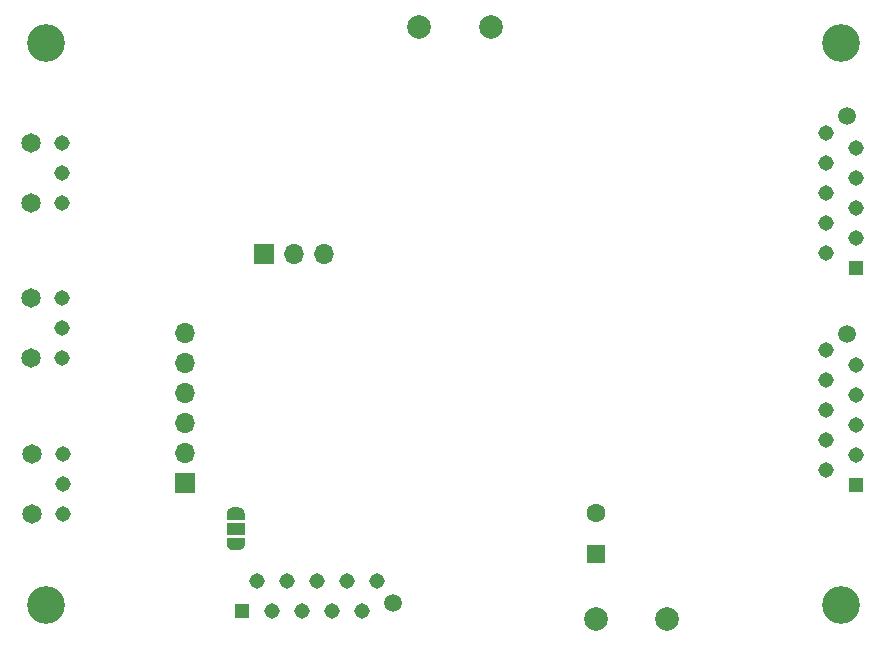
<source format=gbr>
G04 #@! TF.GenerationSoftware,KiCad,Pcbnew,(5.1.10-0-10_14)*
G04 #@! TF.CreationDate,2021-05-14T15:54:12+02:00*
G04 #@! TF.ProjectId,dac,6461632e-6b69-4636-9164-5f7063625858,rev?*
G04 #@! TF.SameCoordinates,Original*
G04 #@! TF.FileFunction,Soldermask,Bot*
G04 #@! TF.FilePolarity,Negative*
%FSLAX46Y46*%
G04 Gerber Fmt 4.6, Leading zero omitted, Abs format (unit mm)*
G04 Created by KiCad (PCBNEW (5.1.10-0-10_14)) date 2021-05-14 15:54:12*
%MOMM*%
%LPD*%
G01*
G04 APERTURE LIST*
%ADD10C,1.308000*%
%ADD11C,1.650000*%
%ADD12C,2.000000*%
%ADD13R,1.308000X1.308000*%
%ADD14C,1.500000*%
%ADD15O,1.700000X1.700000*%
%ADD16R,1.700000X1.700000*%
%ADD17C,0.100000*%
%ADD18R,1.500000X1.000000*%
%ADD19C,1.600000*%
%ADD20R,1.600000X1.600000*%
%ADD21C,3.200000*%
G04 APERTURE END LIST*
D10*
X115088500Y-96393000D03*
X115088500Y-98933000D03*
X115088500Y-101473000D03*
D11*
X112458500Y-101473000D03*
X112458500Y-96393000D03*
D10*
X115025000Y-83185000D03*
X115025000Y-85725000D03*
X115025000Y-88265000D03*
D11*
X112395000Y-88265000D03*
X112395000Y-83185000D03*
D10*
X115025000Y-70104000D03*
X115025000Y-72644000D03*
X115025000Y-75184000D03*
D11*
X112395000Y-75184000D03*
X112395000Y-70104000D03*
D12*
X145288000Y-60261500D03*
X151320500Y-60261500D03*
D13*
X130238500Y-109728000D03*
D10*
X131508500Y-107188000D03*
X132778500Y-109728000D03*
X134048500Y-107188000D03*
X135318500Y-109728000D03*
X136588500Y-107188000D03*
X137858500Y-109728000D03*
X139128500Y-107188000D03*
X140398500Y-109728000D03*
X141668500Y-107188000D03*
D14*
X143068500Y-108988000D03*
D13*
X182245000Y-99060000D03*
D10*
X179705000Y-97790000D03*
X182245000Y-96520000D03*
X179705000Y-95250000D03*
X182245000Y-93980000D03*
X179705000Y-92710000D03*
X182245000Y-91440000D03*
X179705000Y-90170000D03*
X182245000Y-88900000D03*
X179705000Y-87630000D03*
D14*
X181505000Y-86230000D03*
D13*
X182245000Y-80645000D03*
D10*
X179705000Y-79375000D03*
X182245000Y-78105000D03*
X179705000Y-76835000D03*
X182245000Y-75565000D03*
X179705000Y-74295000D03*
X182245000Y-73025000D03*
X179705000Y-71755000D03*
X182245000Y-70485000D03*
X179705000Y-69215000D03*
D14*
X181505000Y-67815000D03*
D15*
X137223500Y-79438500D03*
X134683500Y-79438500D03*
D16*
X132143500Y-79438500D03*
D17*
G36*
X130493200Y-103488400D02*
G01*
X130493200Y-104038400D01*
X130492598Y-104038400D01*
X130492598Y-104062934D01*
X130487788Y-104111765D01*
X130478216Y-104159890D01*
X130463972Y-104206845D01*
X130445195Y-104252178D01*
X130422064Y-104295451D01*
X130394804Y-104336250D01*
X130363676Y-104374179D01*
X130328979Y-104408876D01*
X130291050Y-104440004D01*
X130250251Y-104467264D01*
X130206978Y-104490395D01*
X130161645Y-104509172D01*
X130114690Y-104523416D01*
X130066565Y-104532988D01*
X130017734Y-104537798D01*
X129993200Y-104537798D01*
X129993200Y-104538400D01*
X129493200Y-104538400D01*
X129493200Y-104537798D01*
X129468666Y-104537798D01*
X129419835Y-104532988D01*
X129371710Y-104523416D01*
X129324755Y-104509172D01*
X129279422Y-104490395D01*
X129236149Y-104467264D01*
X129195350Y-104440004D01*
X129157421Y-104408876D01*
X129122724Y-104374179D01*
X129091596Y-104336250D01*
X129064336Y-104295451D01*
X129041205Y-104252178D01*
X129022428Y-104206845D01*
X129008184Y-104159890D01*
X128998612Y-104111765D01*
X128993802Y-104062934D01*
X128993802Y-104038400D01*
X128993200Y-104038400D01*
X128993200Y-103488400D01*
X130493200Y-103488400D01*
G37*
D18*
X129743200Y-102738400D03*
D17*
G36*
X128993802Y-101438400D02*
G01*
X128993802Y-101413866D01*
X128998612Y-101365035D01*
X129008184Y-101316910D01*
X129022428Y-101269955D01*
X129041205Y-101224622D01*
X129064336Y-101181349D01*
X129091596Y-101140550D01*
X129122724Y-101102621D01*
X129157421Y-101067924D01*
X129195350Y-101036796D01*
X129236149Y-101009536D01*
X129279422Y-100986405D01*
X129324755Y-100967628D01*
X129371710Y-100953384D01*
X129419835Y-100943812D01*
X129468666Y-100939002D01*
X129493200Y-100939002D01*
X129493200Y-100938400D01*
X129993200Y-100938400D01*
X129993200Y-100939002D01*
X130017734Y-100939002D01*
X130066565Y-100943812D01*
X130114690Y-100953384D01*
X130161645Y-100967628D01*
X130206978Y-100986405D01*
X130250251Y-101009536D01*
X130291050Y-101036796D01*
X130328979Y-101067924D01*
X130363676Y-101102621D01*
X130394804Y-101140550D01*
X130422064Y-101181349D01*
X130445195Y-101224622D01*
X130463972Y-101269955D01*
X130478216Y-101316910D01*
X130487788Y-101365035D01*
X130492598Y-101413866D01*
X130492598Y-101438400D01*
X130493200Y-101438400D01*
X130493200Y-101988400D01*
X128993200Y-101988400D01*
X128993200Y-101438400D01*
X128993802Y-101438400D01*
G37*
D12*
X166243000Y-110363000D03*
X160210500Y-110363000D03*
D19*
X160210500Y-101402000D03*
D20*
X160210500Y-104902000D03*
D15*
X125476000Y-86156800D03*
X125476000Y-88696800D03*
X125476000Y-91236800D03*
X125476000Y-93776800D03*
X125476000Y-96316800D03*
D16*
X125476000Y-98856800D03*
D21*
X113665000Y-109220000D03*
X180975000Y-109220000D03*
X180975000Y-61595000D03*
X113665000Y-61595000D03*
M02*

</source>
